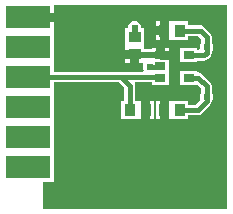
<source format=gtl>
G04 Layer_Physical_Order=1*
G04 Layer_Color=25308*
%FSLAX25Y25*%
%MOIN*%
G70*
G01*
G75*
%ADD10R,0.03543X0.04134*%
%ADD11R,0.15000X0.07600*%
%ADD12R,0.03543X0.02559*%
%ADD13R,0.04134X0.03740*%
%ADD14C,0.02000*%
%ADD15C,0.01500*%
%ADD16C,0.02400*%
G36*
X178929Y424571D02*
X117500D01*
Y433700D01*
X121000D01*
Y443300D01*
X121000D01*
Y443700D01*
X121000D01*
Y453300D01*
X121000D01*
Y453700D01*
X121000D01*
Y463300D01*
X121000D01*
Y463700D01*
X121000D01*
Y466716D01*
X142761D01*
X144558Y464918D01*
Y460567D01*
X143571D01*
Y454433D01*
X150157D01*
Y457500D01*
Y460567D01*
X148127D01*
Y465658D01*
X148016Y466216D01*
X148296Y466716D01*
X153832D01*
Y466026D01*
X159375D01*
Y469766D01*
Y473506D01*
Y474326D01*
X156603D01*
Y475786D01*
X155103D01*
Y478065D01*
X153832D01*
Y477825D01*
X151067D01*
Y478984D01*
Y484724D01*
X150469D01*
X150243Y485000D01*
X150072Y485858D01*
X149586Y486586D01*
X148858Y487072D01*
X148000Y487243D01*
X147142Y487072D01*
X146414Y486586D01*
X145928Y485858D01*
X145757Y485000D01*
X145531Y484724D01*
X144933D01*
Y478984D01*
Y477646D01*
X148000D01*
Y476146D01*
X149500D01*
Y473276D01*
X150605D01*
X150757Y473079D01*
X150911Y472776D01*
X150757Y472000D01*
X150928Y471142D01*
X151166Y470784D01*
X150899Y470284D01*
X121000D01*
Y473300D01*
X121000D01*
Y473700D01*
X121000D01*
Y483300D01*
X121000D01*
Y483700D01*
X121000D01*
Y487000D01*
X112500D01*
Y490000D01*
X121000D01*
Y492429D01*
X178929D01*
Y424571D01*
D02*
G37*
%LPC*%
G36*
X168824Y470585D02*
X163281D01*
Y466026D01*
X168824D01*
X168824Y466026D01*
Y466026D01*
X169208Y465769D01*
X170216Y464761D01*
Y463289D01*
X169928Y462858D01*
X169757Y462000D01*
X169928Y461142D01*
X170004Y461027D01*
X168261Y459284D01*
X165929D01*
Y460567D01*
X159343D01*
Y457500D01*
Y454433D01*
X165929D01*
Y455716D01*
X169000D01*
X169683Y455852D01*
X170262Y456238D01*
X173262Y459238D01*
X173649Y459817D01*
X173784Y460500D01*
Y460710D01*
X174072Y461142D01*
X174243Y462000D01*
X174072Y462858D01*
X173784Y463289D01*
Y465500D01*
X173784Y465500D01*
X173649Y466183D01*
X173262Y466762D01*
X173262Y466762D01*
X170456Y469567D01*
X169877Y469954D01*
X169194Y470090D01*
X168824D01*
Y470585D01*
D02*
G37*
G36*
X154429Y460567D02*
X153157D01*
Y457500D01*
Y454433D01*
X154429D01*
Y460567D01*
D02*
G37*
G36*
X156342D02*
X155071D01*
Y454433D01*
X156342D01*
Y457500D01*
Y460567D01*
D02*
G37*
G36*
X146500Y474646D02*
X144933D01*
Y473276D01*
X146500D01*
Y474646D01*
D02*
G37*
G36*
X156342Y482500D02*
X155071D01*
Y480933D01*
X156342D01*
Y482500D01*
D02*
G37*
G36*
Y487067D02*
X155071D01*
Y485500D01*
X156342D01*
Y487067D01*
D02*
G37*
G36*
X159375Y478065D02*
X158103D01*
Y477286D01*
X159375D01*
Y478065D01*
D02*
G37*
G36*
X165929Y487067D02*
X159343D01*
Y484000D01*
Y480933D01*
X165929D01*
Y482216D01*
X169261D01*
X170216Y481261D01*
Y479789D01*
X169928Y479358D01*
X169757Y478500D01*
X169842Y478070D01*
X169432Y477570D01*
X168824D01*
Y478065D01*
X163281D01*
Y473506D01*
X168824D01*
Y474002D01*
X171214D01*
X171897Y474137D01*
X172476Y474524D01*
X173262Y475310D01*
X173262Y475310D01*
X173494Y475657D01*
X173649Y475889D01*
X173784Y476572D01*
Y477211D01*
X174072Y477642D01*
X174243Y478500D01*
X174072Y479358D01*
X173784Y479789D01*
Y482000D01*
X173784Y482000D01*
X173649Y482683D01*
X173455Y482972D01*
X173262Y483262D01*
X173262Y483262D01*
X171262Y485262D01*
X170683Y485648D01*
X170000Y485784D01*
X165929D01*
Y487067D01*
D02*
G37*
%LPD*%
D10*
X163157Y457500D02*
D03*
X157843D02*
D03*
X163157Y484000D02*
D03*
X157843D02*
D03*
X146343Y457500D02*
D03*
X151657D02*
D03*
D11*
X112500Y458500D02*
D03*
Y468500D02*
D03*
Y478500D02*
D03*
Y488500D02*
D03*
Y448500D02*
D03*
Y438500D02*
D03*
D12*
X156603Y475786D02*
D03*
Y472046D02*
D03*
Y468306D02*
D03*
X166052D02*
D03*
Y475786D02*
D03*
D13*
X148000Y476146D02*
D03*
Y481854D02*
D03*
D14*
Y485000D01*
X148360Y475786D02*
X156603D01*
D15*
X153000Y472000D02*
X156558D01*
X172000Y476572D02*
Y482000D01*
X170000Y484000D02*
X172000Y482000D01*
X163157Y484000D02*
X170000D01*
X172000Y460500D02*
Y465500D01*
X169194Y468306D02*
X172000Y465500D01*
X166052Y468306D02*
X169194D01*
X171214Y475786D02*
X172000Y476572D01*
X169000Y457500D02*
X172000Y460500D01*
X163157Y457500D02*
X169000D01*
X166052Y475786D02*
X171214D01*
X146343Y457500D02*
Y465658D01*
X143500Y468500D02*
X146343Y465658D01*
X113500Y468500D02*
X143500D01*
X156798D01*
D16*
X148000Y485000D02*
D03*
X153000Y472000D02*
D03*
X172000Y478500D02*
D03*
Y462000D02*
D03*
M02*

</source>
